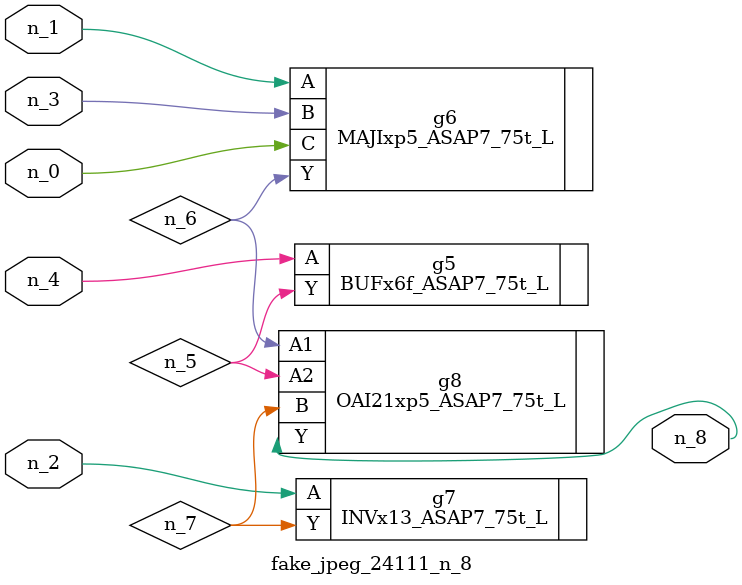
<source format=v>
module fake_jpeg_24111_n_8 (n_3, n_2, n_1, n_0, n_4, n_8);

input n_3;
input n_2;
input n_1;
input n_0;
input n_4;

output n_8;

wire n_6;
wire n_5;
wire n_7;

BUFx6f_ASAP7_75t_L g5 ( 
.A(n_4),
.Y(n_5)
);

MAJIxp5_ASAP7_75t_L g6 ( 
.A(n_1),
.B(n_3),
.C(n_0),
.Y(n_6)
);

INVx13_ASAP7_75t_L g7 ( 
.A(n_2),
.Y(n_7)
);

OAI21xp5_ASAP7_75t_L g8 ( 
.A1(n_6),
.A2(n_5),
.B(n_7),
.Y(n_8)
);


endmodule
</source>
